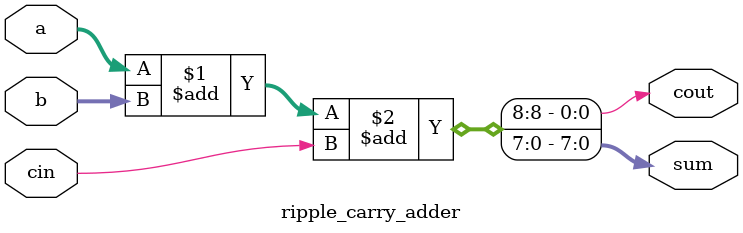
<source format=v>

module ripple_carry_adder #(
  parameter N = 8
) (
  input  wire [N-1:0] a,
  input  wire [N-1:0] b,
  input  wire         cin,
  output wire [N-1:0] sum,
  output wire         cout
);
  assign {cout, sum} = a + b + cin;
endmodule

</source>
